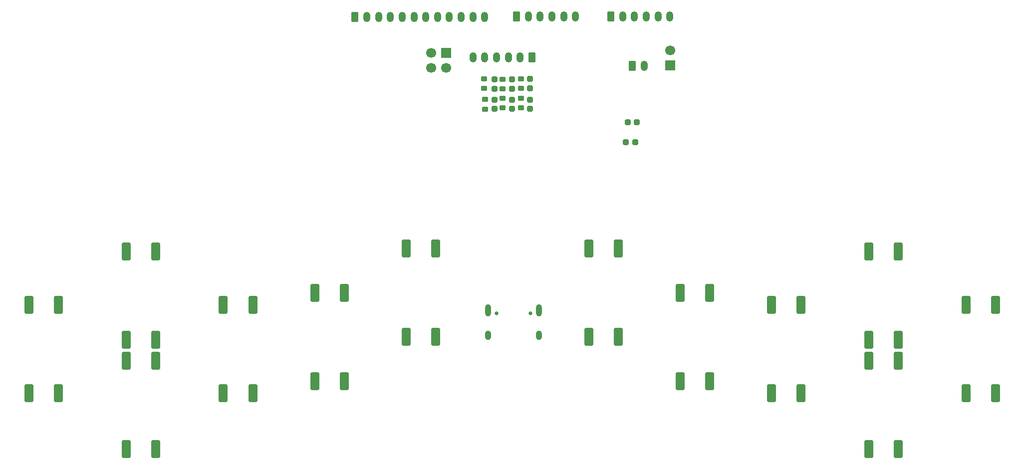
<source format=gbr>
%TF.GenerationSoftware,KiCad,Pcbnew,9.0.2-9.0.2-0~ubuntu24.04.1*%
%TF.CreationDate,2025-07-25T01:35:49+02:00*%
%TF.ProjectId,Pilot6Axis_v2,50696c6f-7436-4417-9869-735f76322e6b,rev?*%
%TF.SameCoordinates,Original*%
%TF.FileFunction,Soldermask,Bot*%
%TF.FilePolarity,Negative*%
%FSLAX46Y46*%
G04 Gerber Fmt 4.6, Leading zero omitted, Abs format (unit mm)*
G04 Created by KiCad (PCBNEW 9.0.2-9.0.2-0~ubuntu24.04.1) date 2025-07-25 01:35:49*
%MOMM*%
%LPD*%
G01*
G04 APERTURE LIST*
G04 Aperture macros list*
%AMRoundRect*
0 Rectangle with rounded corners*
0 $1 Rounding radius*
0 $2 $3 $4 $5 $6 $7 $8 $9 X,Y pos of 4 corners*
0 Add a 4 corners polygon primitive as box body*
4,1,4,$2,$3,$4,$5,$6,$7,$8,$9,$2,$3,0*
0 Add four circle primitives for the rounded corners*
1,1,$1+$1,$2,$3*
1,1,$1+$1,$4,$5*
1,1,$1+$1,$6,$7*
1,1,$1+$1,$8,$9*
0 Add four rect primitives between the rounded corners*
20,1,$1+$1,$2,$3,$4,$5,0*
20,1,$1+$1,$4,$5,$6,$7,0*
20,1,$1+$1,$6,$7,$8,$9,0*
20,1,$1+$1,$8,$9,$2,$3,0*%
G04 Aperture macros list end*
%ADD10RoundRect,0.250000X-0.350000X-0.625000X0.350000X-0.625000X0.350000X0.625000X-0.350000X0.625000X0*%
%ADD11O,1.200000X1.750000*%
%ADD12C,0.650000*%
%ADD13O,1.000000X2.100000*%
%ADD14O,1.000000X1.600000*%
%ADD15RoundRect,0.250000X0.350000X0.625000X-0.350000X0.625000X-0.350000X-0.625000X0.350000X-0.625000X0*%
%ADD16R,1.700000X1.700000*%
%ADD17C,1.700000*%
%ADD18RoundRect,0.244000X0.244000X0.269000X-0.244000X0.269000X-0.244000X-0.269000X0.244000X-0.269000X0*%
%ADD19RoundRect,0.225000X-0.525000X1.275000X-0.525000X-1.275000X0.525000X-1.275000X0.525000X1.275000X0*%
%ADD20RoundRect,0.219000X-0.294000X0.219000X-0.294000X-0.219000X0.294000X-0.219000X0.294000X0.219000X0*%
%ADD21RoundRect,0.239000X-0.274000X0.239000X-0.274000X-0.239000X0.274000X-0.239000X0.274000X0.239000X0*%
%ADD22RoundRect,0.244000X-0.244000X-0.269000X0.244000X-0.269000X0.244000X0.269000X-0.244000X0.269000X0*%
G04 APERTURE END LIST*
D10*
%TO.C,J9*%
X169811200Y-65730800D03*
D11*
X171811200Y-65730800D03*
X173811200Y-65730800D03*
X175811200Y-65730800D03*
X177811200Y-65730800D03*
X179811200Y-65730800D03*
%TD*%
D12*
%TO.C,J3*%
X150421200Y-116125800D03*
X156201200Y-116125800D03*
D13*
X148991200Y-115625800D03*
D14*
X148991200Y-119805800D03*
D13*
X157631200Y-115625800D03*
D14*
X157631200Y-119805800D03*
%TD*%
D10*
%TO.C,J8*%
X126411200Y-65830800D03*
D11*
X128411200Y-65830800D03*
X130411200Y-65830800D03*
X132411200Y-65830800D03*
X134411200Y-65830800D03*
X136411200Y-65830800D03*
X138411200Y-65830800D03*
X140411200Y-65830800D03*
X142411200Y-65830800D03*
X144411200Y-65830800D03*
X146411200Y-65830800D03*
X148411200Y-65830800D03*
%TD*%
D15*
%TO.C,J4*%
X156411200Y-72680800D03*
D11*
X154411200Y-72680800D03*
X152411200Y-72680800D03*
X150411200Y-72680800D03*
X148411200Y-72680800D03*
X146411200Y-72680800D03*
%TD*%
D16*
%TO.C,TH1*%
X179861200Y-74005800D03*
D17*
X179861200Y-71465800D03*
%TD*%
D10*
%TO.C,J1*%
X173461200Y-74130800D03*
D11*
X175461200Y-74130800D03*
%TD*%
D10*
%TO.C,J10*%
X153811200Y-65730800D03*
D11*
X155811200Y-65730800D03*
X157811200Y-65730800D03*
X159811200Y-65730800D03*
X161811200Y-65730800D03*
X163811200Y-65730800D03*
%TD*%
D16*
%TO.C,J6*%
X141831200Y-71900800D03*
D17*
X139291200Y-71900800D03*
X141831200Y-74440800D03*
X139291200Y-74440800D03*
%TD*%
D18*
%TO.C,C28*%
X174218020Y-83702800D03*
X172658020Y-83702800D03*
%TD*%
D19*
%TO.C,U12*%
X181561200Y-112630800D03*
X181561200Y-127630800D03*
X186561200Y-112630800D03*
X186561200Y-127630800D03*
%TD*%
%TO.C,U7*%
X213561200Y-124130800D03*
X213561200Y-139130800D03*
X218561200Y-124130800D03*
X218561200Y-139130800D03*
%TD*%
D20*
%TO.C,R14*%
X151461200Y-79620800D03*
X151461200Y-81260800D03*
%TD*%
D21*
%TO.C,D5*%
X156061200Y-79850800D03*
X156061200Y-81430800D03*
%TD*%
D20*
%TO.C,R13*%
X148481200Y-79820800D03*
X148481200Y-81460800D03*
%TD*%
D21*
%TO.C,D4*%
X153061200Y-79850800D03*
X153061200Y-81430800D03*
%TD*%
D19*
%TO.C,U9*%
X87561200Y-124130800D03*
X87561200Y-139130800D03*
X92561200Y-124130800D03*
X92561200Y-139130800D03*
%TD*%
D21*
%TO.C,D7*%
X153061200Y-76440800D03*
X153061200Y-78020800D03*
%TD*%
D19*
%TO.C,U18*%
X166061200Y-105130800D03*
X166061200Y-120130800D03*
X171061200Y-105130800D03*
X171061200Y-120130800D03*
%TD*%
%TO.C,U6*%
X230061200Y-114630800D03*
X230061200Y-129630800D03*
X235061200Y-114630800D03*
X235061200Y-129630800D03*
%TD*%
D22*
%TO.C,C27*%
X172358020Y-87102800D03*
X173918020Y-87102800D03*
%TD*%
D19*
%TO.C,U10*%
X87561200Y-105630800D03*
X87561200Y-120630800D03*
X92561200Y-105630800D03*
X92561200Y-120630800D03*
%TD*%
%TO.C,U11*%
X197061200Y-114630800D03*
X197061200Y-129630800D03*
X202061200Y-114630800D03*
X202061200Y-129630800D03*
%TD*%
%TO.C,U8*%
X104061200Y-114630800D03*
X104061200Y-129630800D03*
X109061200Y-114630800D03*
X109061200Y-129630800D03*
%TD*%
D21*
%TO.C,D3*%
X150081200Y-79850800D03*
X150081200Y-81430800D03*
%TD*%
D19*
%TO.C,U15*%
X119561200Y-112630800D03*
X119561200Y-127630800D03*
X124561200Y-112630800D03*
X124561200Y-127630800D03*
%TD*%
%TO.C,U13*%
X71061200Y-114630800D03*
X71061200Y-129630800D03*
X76061200Y-114630800D03*
X76061200Y-129630800D03*
%TD*%
D21*
%TO.C,D8*%
X156061200Y-76340800D03*
X156061200Y-77920800D03*
%TD*%
D20*
%TO.C,R28*%
X154541200Y-79620800D03*
X154541200Y-81260800D03*
%TD*%
D19*
%TO.C,U16*%
X135061200Y-105130800D03*
X135061200Y-120130800D03*
X140061200Y-105130800D03*
X140061200Y-120130800D03*
%TD*%
D20*
%TO.C,R32*%
X154561200Y-76310800D03*
X154561200Y-77950800D03*
%TD*%
D21*
%TO.C,D6*%
X150061200Y-76440800D03*
X150061200Y-78020800D03*
%TD*%
D20*
%TO.C,R31*%
X151421200Y-76410800D03*
X151421200Y-78050800D03*
%TD*%
%TO.C,R30*%
X148331200Y-76310800D03*
X148331200Y-77950800D03*
%TD*%
D19*
%TO.C,U5*%
X213561200Y-105630800D03*
X213561200Y-120630800D03*
X218561200Y-105630800D03*
X218561200Y-120630800D03*
%TD*%
M02*

</source>
